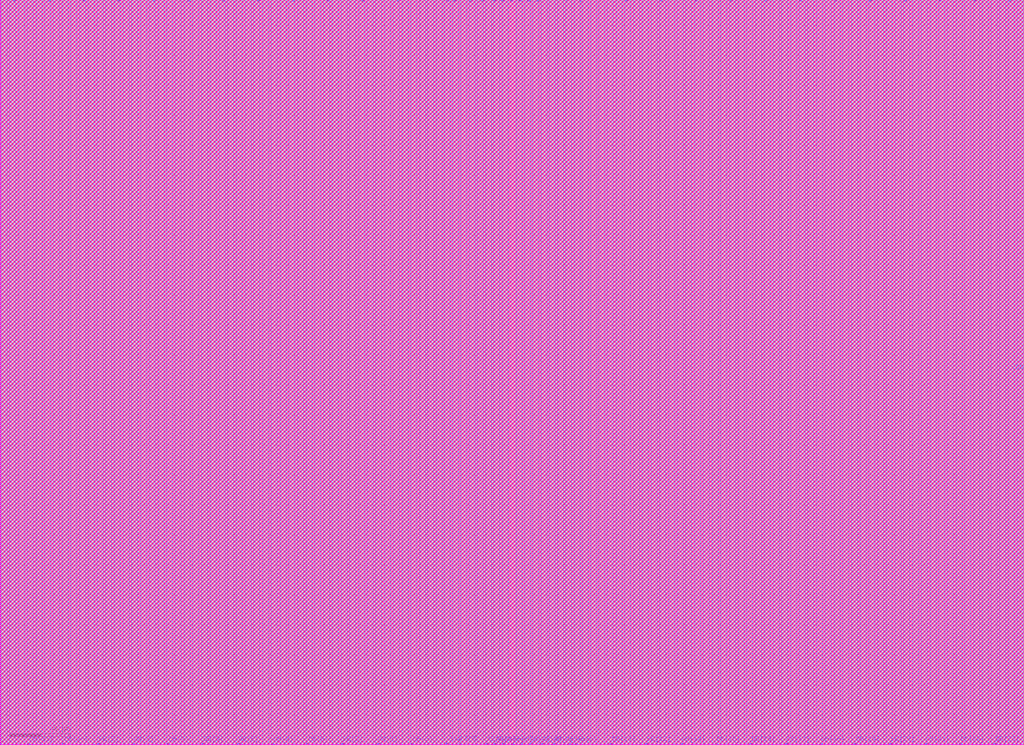
<source format=lef>
#     Copyright (c) 2022 SMIC                                                       
#     Filename:      RAM1024.lef                                                   
#     IP code:       S018RF2P                                                         
#     Version:       0.2.b                                                        
#     CreateDate:    Sun Sep 11 16:38:48 CST 2022                                                     
                    
#    LEF for 2-PORT Register File                                                               
#    SMIC 0.18um G Logic Process                                                       
#    Configuration: -instname RAM1024 -rows 256 -bits 24 -mux 4  



# DISCLAIMER                                                                           #
#                                                                                      #  
#   SMIC hereby provides the quality information to you but makes no claims,           #
# promises or guarantees about the accuracy, completeness, or adequacy of the          #
# information herein. The information contained herein is provided on an "AS IS"       #
# basis without any warranty, and SMIC assumes no obligation to provide support        #
# of any kind or otherwise maintain the information.                                   #  
#   SMIC disclaims any representation that the information does not infringe any       #
# intellectual property rights or proprietary rights of any third parties. SMIC        #
# makes no other warranty, whether express, implied or statutory as to any             #
# matter whatsoever, including but not limited to the accuracy or sufficiency of       #
# any information or the merchantability and fitness for a particular purpose.         #
# Neither SMIC nor any of its representatives shall be liable for any cause of         #
# action incurred to connect to this service.                                          #  
#                                                                                      #
# STATEMENT OF USE AND CONFIDENTIALITY                                                 #  
#                                                                                      #  
#   The following/attached material contains confidential and proprietary              #  
# information of SMIC. This material is based upon information which SMIC              #  
# considers reliable, but SMIC neither represents nor warrants that such               #
# information is accurate or complete, and it must not be relied upon as such.         #
# This information was prepared for informational purposes and is for the use          #
# by SMIC's customer only. SMIC reserves the right to make changes in the              #  
# information at any time without notice.                                              #  
#   No part of this information may be reproduced, transmitted, transcribed,           #  
# stored in a retrieval system, or translated into any human or computer               # 
# language, in any form or by any means, electronic, mechanical, magnetic,             #  
# optical, chemical, manual, or otherwise, without the prior written consent of        #
# SMIC. Any unauthorized use or disclosure of this material is strictly                #  
# prohibited and may be unlawful. By accepting this material, the receiving            #  
# party shall be deemed to have acknowledged, accepted, and agreed to be bound         #
# by the foregoing limitations and restrictions. Thank you.                            #  
#                                                                                      #  


MACRO RAM1024
CLASS BLOCK ;
ORIGIN 0 0 ;
SIZE 682.42 BY 496.905 ;
SYMMETRY X Y R90 ;

PIN QA[11]
DIRECTION OUTPUT ;
USE SIGNAL ;
PORT
LAYER METAL1 ;
RECT 8.905 496.265 9.975 496.905 ;
LAYER METAL2 ;
RECT 8.905 496.265 9.975 496.905 ;
LAYER METAL3 ;
RECT 8.905 496.265 9.975 496.905 ;
END
ANTENNAGATEAREA 0.079 ;
ANTENNADIFFAREA 0.3738 ;
END QA[11]

PIN DB[11]
DIRECTION INPUT ;
USE SIGNAL ;
PORT
LAYER METAL1 ;
RECT 18.725 0.0 19.795 0.64 ;
LAYER METAL2 ;
RECT 18.725 0.0 19.795 0.64 ;
LAYER METAL3 ;
RECT 18.725 0.0 19.795 0.64 ;
END
ANTENNAGATEAREA 0.079 ;
ANTENNADIFFAREA 0.3738 ;
END DB[11]

PIN QA[10]
DIRECTION OUTPUT ;
USE SIGNAL ;
PORT
LAYER METAL1 ;
RECT 32.145 496.265 33.215 496.905 ;
LAYER METAL2 ;
RECT 32.145 496.265 33.215 496.905 ;
LAYER METAL3 ;
RECT 32.145 496.265 33.215 496.905 ;
END
ANTENNAGATEAREA 0.079 ;
ANTENNADIFFAREA 0.3738 ;
END QA[10]

PIN DB[10]
DIRECTION INPUT ;
USE SIGNAL ;
PORT
LAYER METAL1 ;
RECT 41.965 0.0 43.035 0.64 ;
LAYER METAL2 ;
RECT 41.965 0.0 43.035 0.64 ;
LAYER METAL3 ;
RECT 41.965 0.0 43.035 0.64 ;
END
ANTENNAGATEAREA 0.079 ;
ANTENNADIFFAREA 0.3738 ;
END DB[10]

PIN QA[9]
DIRECTION OUTPUT ;
USE SIGNAL ;
PORT
LAYER METAL1 ;
RECT 55.385 496.265 56.455 496.905 ;
LAYER METAL2 ;
RECT 55.385 496.265 56.455 496.905 ;
LAYER METAL3 ;
RECT 55.385 496.265 56.455 496.905 ;
END
ANTENNAGATEAREA 0.079 ;
ANTENNADIFFAREA 0.3738 ;
END QA[9]

PIN DB[9]
DIRECTION INPUT ;
USE SIGNAL ;
PORT
LAYER METAL1 ;
RECT 65.205 0.0 66.275 0.64 ;
LAYER METAL2 ;
RECT 65.205 0.0 66.275 0.64 ;
LAYER METAL3 ;
RECT 65.205 0.0 66.275 0.64 ;
END
ANTENNAGATEAREA 0.079 ;
ANTENNADIFFAREA 0.3738 ;
END DB[9]

PIN QA[8]
DIRECTION OUTPUT ;
USE SIGNAL ;
PORT
LAYER METAL1 ;
RECT 78.625 496.265 79.695 496.905 ;
LAYER METAL2 ;
RECT 78.625 496.265 79.695 496.905 ;
LAYER METAL3 ;
RECT 78.625 496.265 79.695 496.905 ;
END
ANTENNAGATEAREA 0.079 ;
ANTENNADIFFAREA 0.3738 ;
END QA[8]

PIN DB[8]
DIRECTION INPUT ;
USE SIGNAL ;
PORT
LAYER METAL1 ;
RECT 88.445 0.0 89.515 0.64 ;
LAYER METAL2 ;
RECT 88.445 0.0 89.515 0.64 ;
LAYER METAL3 ;
RECT 88.445 0.0 89.515 0.64 ;
END
ANTENNAGATEAREA 0.079 ;
ANTENNADIFFAREA 0.3738 ;
END DB[8]

PIN QA[7]
DIRECTION OUTPUT ;
USE SIGNAL ;
PORT
LAYER METAL1 ;
RECT 101.865 496.265 102.935 496.905 ;
LAYER METAL2 ;
RECT 101.865 496.265 102.935 496.905 ;
LAYER METAL3 ;
RECT 101.865 496.265 102.935 496.905 ;
END
ANTENNAGATEAREA 0.079 ;
ANTENNADIFFAREA 0.3738 ;
END QA[7]

PIN DB[7]
DIRECTION INPUT ;
USE SIGNAL ;
PORT
LAYER METAL1 ;
RECT 111.685 0.0 112.755 0.64 ;
LAYER METAL2 ;
RECT 111.685 0.0 112.755 0.64 ;
LAYER METAL3 ;
RECT 111.685 0.0 112.755 0.64 ;
END
ANTENNAGATEAREA 0.079 ;
ANTENNADIFFAREA 0.3738 ;
END DB[7]

PIN QA[6]
DIRECTION OUTPUT ;
USE SIGNAL ;
PORT
LAYER METAL1 ;
RECT 125.105 496.265 126.175 496.905 ;
LAYER METAL2 ;
RECT 125.105 496.265 126.175 496.905 ;
LAYER METAL3 ;
RECT 125.105 496.265 126.175 496.905 ;
END
ANTENNAGATEAREA 0.079 ;
ANTENNADIFFAREA 0.3738 ;
END QA[6]

PIN DB[6]
DIRECTION INPUT ;
USE SIGNAL ;
PORT
LAYER METAL1 ;
RECT 134.925 0.0 135.995 0.64 ;
LAYER METAL2 ;
RECT 134.925 0.0 135.995 0.64 ;
LAYER METAL3 ;
RECT 134.925 0.0 135.995 0.64 ;
END
ANTENNAGATEAREA 0.079 ;
ANTENNADIFFAREA 0.3738 ;
END DB[6]

PIN QA[5]
DIRECTION OUTPUT ;
USE SIGNAL ;
PORT
LAYER METAL1 ;
RECT 148.345 496.265 149.415 496.905 ;
LAYER METAL2 ;
RECT 148.345 496.265 149.415 496.905 ;
LAYER METAL3 ;
RECT 148.345 496.265 149.415 496.905 ;
END
ANTENNAGATEAREA 0.079 ;
ANTENNADIFFAREA 0.3738 ;
END QA[5]

PIN DB[5]
DIRECTION INPUT ;
USE SIGNAL ;
PORT
LAYER METAL1 ;
RECT 158.165 0.0 159.235 0.64 ;
LAYER METAL2 ;
RECT 158.165 0.0 159.235 0.64 ;
LAYER METAL3 ;
RECT 158.165 0.0 159.235 0.64 ;
END
ANTENNAGATEAREA 0.079 ;
ANTENNADIFFAREA 0.3738 ;
END DB[5]

PIN QA[4]
DIRECTION OUTPUT ;
USE SIGNAL ;
PORT
LAYER METAL1 ;
RECT 171.585 496.265 172.655 496.905 ;
LAYER METAL2 ;
RECT 171.585 496.265 172.655 496.905 ;
LAYER METAL3 ;
RECT 171.585 496.265 172.655 496.905 ;
END
ANTENNAGATEAREA 0.079 ;
ANTENNADIFFAREA 0.3738 ;
END QA[4]

PIN DB[4]
DIRECTION INPUT ;
USE SIGNAL ;
PORT
LAYER METAL1 ;
RECT 181.405 0.0 182.475 0.64 ;
LAYER METAL2 ;
RECT 181.405 0.0 182.475 0.64 ;
LAYER METAL3 ;
RECT 181.405 0.0 182.475 0.64 ;
END
ANTENNAGATEAREA 0.079 ;
ANTENNADIFFAREA 0.3738 ;
END DB[4]

PIN QA[3]
DIRECTION OUTPUT ;
USE SIGNAL ;
PORT
LAYER METAL1 ;
RECT 194.825 496.265 195.895 496.905 ;
LAYER METAL2 ;
RECT 194.825 496.265 195.895 496.905 ;
LAYER METAL3 ;
RECT 194.825 496.265 195.895 496.905 ;
END
ANTENNAGATEAREA 0.079 ;
ANTENNADIFFAREA 0.3738 ;
END QA[3]

PIN DB[3]
DIRECTION INPUT ;
USE SIGNAL ;
PORT
LAYER METAL1 ;
RECT 204.645 0.0 205.715 0.64 ;
LAYER METAL2 ;
RECT 204.645 0.0 205.715 0.64 ;
LAYER METAL3 ;
RECT 204.645 0.0 205.715 0.64 ;
END
ANTENNAGATEAREA 0.079 ;
ANTENNADIFFAREA 0.3738 ;
END DB[3]

PIN QA[2]
DIRECTION OUTPUT ;
USE SIGNAL ;
PORT
LAYER METAL1 ;
RECT 218.065 496.265 219.135 496.905 ;
LAYER METAL2 ;
RECT 218.065 496.265 219.135 496.905 ;
LAYER METAL3 ;
RECT 218.065 496.265 219.135 496.905 ;
END
ANTENNAGATEAREA 0.079 ;
ANTENNADIFFAREA 0.3738 ;
END QA[2]

PIN DB[2]
DIRECTION INPUT ;
USE SIGNAL ;
PORT
LAYER METAL1 ;
RECT 227.885 0.0 228.955 0.64 ;
LAYER METAL2 ;
RECT 227.885 0.0 228.955 0.64 ;
LAYER METAL3 ;
RECT 227.885 0.0 228.955 0.64 ;
END
ANTENNAGATEAREA 0.079 ;
ANTENNADIFFAREA 0.3738 ;
END DB[2]

PIN QA[1]
DIRECTION OUTPUT ;
USE SIGNAL ;
PORT
LAYER METAL1 ;
RECT 241.305 496.265 242.375 496.905 ;
LAYER METAL2 ;
RECT 241.305 496.265 242.375 496.905 ;
LAYER METAL3 ;
RECT 241.305 496.265 242.375 496.905 ;
END
ANTENNAGATEAREA 0.079 ;
ANTENNADIFFAREA 0.3738 ;
END QA[1]

PIN DB[1]
DIRECTION INPUT ;
USE SIGNAL ;
PORT
LAYER METAL1 ;
RECT 251.125 0.0 252.195 0.64 ;
LAYER METAL2 ;
RECT 251.125 0.0 252.195 0.64 ;
LAYER METAL3 ;
RECT 251.125 0.0 252.195 0.64 ;
END
ANTENNAGATEAREA 0.079 ;
ANTENNADIFFAREA 0.3738 ;
END DB[1]

PIN QA[0]
DIRECTION OUTPUT ;
USE SIGNAL ;
PORT
LAYER METAL1 ;
RECT 264.545 496.265 265.615 496.905 ;
LAYER METAL2 ;
RECT 264.545 496.265 265.615 496.905 ;
LAYER METAL3 ;
RECT 264.545 496.265 265.615 496.905 ;
END
ANTENNAGATEAREA 0.079 ;
ANTENNADIFFAREA 0.3738 ;
END QA[0]

PIN DB[0]
DIRECTION INPUT ;
USE SIGNAL ;
PORT
LAYER METAL1 ;
RECT 274.365 0.0 275.435 0.64 ;
LAYER METAL2 ;
RECT 274.365 0.0 275.435 0.64 ;
LAYER METAL3 ;
RECT 274.365 0.0 275.435 0.64 ;
END
ANTENNAGATEAREA 0.079 ;
ANTENNADIFFAREA 0.3738 ;
END DB[0]

PIN CLKB
DIRECTION INPUT ;
USE CLOCK ;
PORT
LAYER METAL1 ;
RECT 297.105 0.0 297.605 1.07 ;
LAYER METAL2 ;
RECT 297.105 0.0 297.605 1.07 ;
LAYER METAL3 ;
RECT 297.105 0.0 297.605 1.07 ;
END
ANTENNAGATEAREA 0.079 ;
ANTENNADIFFAREA 0.3738 ;
END CLKB

PIN AA[0]
DIRECTION INPUT ;
USE SIGNAL ;
PORT
LAYER METAL1 ;
RECT 297.655 496.265 298.905 496.905 ;
LAYER METAL2 ;
RECT 297.655 496.265 298.905 496.905 ;
LAYER METAL3 ;
RECT 297.655 496.265 298.905 496.905 ;
END
ANTENNAGATEAREA 0.079 ;
ANTENNADIFFAREA 0.3738 ;
END AA[0]

PIN AA[1]
DIRECTION INPUT ;
USE SIGNAL ;
PORT
LAYER METAL1 ;
RECT 302.505 496.265 303.755 496.905 ;
LAYER METAL2 ;
RECT 302.505 496.265 303.755 496.905 ;
LAYER METAL3 ;
RECT 302.505 496.265 303.755 496.905 ;
END
ANTENNAGATEAREA 0.079 ;
ANTENNADIFFAREA 0.3738 ;
END AA[1]

PIN CENB
DIRECTION INPUT ;
USE SIGNAL ;
PORT
LAYER METAL1 ;
RECT 306.72 0.0 307.22 1.07 ;
LAYER METAL2 ;
RECT 306.72 0.0 307.22 1.07 ;
LAYER METAL3 ;
RECT 306.72 0.0 307.22 1.07 ;
END
ANTENNAGATEAREA 0.079 ;
ANTENNADIFFAREA 0.3738 ;
END CENB

PIN AA[4]
DIRECTION INPUT ;
USE SIGNAL ;
PORT
LAYER METAL1 ;
RECT 312.875 496.265 314.525 496.905 ;
LAYER METAL2 ;
RECT 312.875 496.265 314.125 496.905 ;
LAYER METAL3 ;
RECT 312.875 496.265 314.125 496.905 ;
END
ANTENNAGATEAREA 0.079 ;
ANTENNADIFFAREA 0.3738 ;
END AA[4]

PIN AA[3]
DIRECTION INPUT ;
USE SIGNAL ;
PORT
LAYER METAL1 ;
RECT 320.815 496.265 322.465 496.905 ;
LAYER METAL2 ;
RECT 320.815 496.265 322.065 496.905 ;
LAYER METAL3 ;
RECT 320.815 496.265 322.065 496.905 ;
END
ANTENNAGATEAREA 0.079 ;
ANTENNADIFFAREA 0.3738 ;
END AA[3]

PIN AB[9]
DIRECTION INPUT ;
USE SIGNAL ;
PORT
LAYER METAL1 ;
RECT 323.45 0.0 325.015 0.64 ;
LAYER METAL2 ;
RECT 323.765 0.0 325.015 0.64 ;
LAYER METAL3 ;
RECT 323.765 0.0 325.015 0.64 ;
END
ANTENNAGATEAREA 0.079 ;
ANTENNADIFFAREA 0.3738 ;
END AB[9]

PIN AA[2]
DIRECTION INPUT ;
USE SIGNAL ;
PORT
LAYER METAL1 ;
RECT 328.755 496.265 330.405 496.905 ;
LAYER METAL2 ;
RECT 328.755 496.265 330.005 496.905 ;
LAYER METAL3 ;
RECT 328.755 496.265 330.005 496.905 ;
END
ANTENNAGATEAREA 0.079 ;
ANTENNADIFFAREA 0.3738 ;
END AA[2]

PIN AB[8]
DIRECTION INPUT ;
USE SIGNAL ;
PORT
LAYER METAL1 ;
RECT 329.21 0.0 330.775 0.64 ;
LAYER METAL2 ;
RECT 329.525 0.0 330.775 0.64 ;
LAYER METAL3 ;
RECT 329.525 0.0 330.775 0.64 ;
END
ANTENNAGATEAREA 0.079 ;
ANTENNADIFFAREA 0.3738 ;
END AB[8]

PIN AA[5]
DIRECTION INPUT ;
USE SIGNAL ;
PORT
LAYER METAL1 ;
RECT 334.365 496.265 335.93 496.905 ;
LAYER METAL2 ;
RECT 334.365 496.265 335.615 496.905 ;
LAYER METAL3 ;
RECT 334.365 496.265 335.615 496.905 ;
END
ANTENNAGATEAREA 0.079 ;
ANTENNADIFFAREA 0.3738 ;
END AA[5]

PIN AB[7]
DIRECTION INPUT ;
USE SIGNAL ;
PORT
LAYER METAL1 ;
RECT 334.97 0.0 336.535 0.64 ;
LAYER METAL2 ;
RECT 335.285 0.0 336.535 0.64 ;
LAYER METAL3 ;
RECT 335.285 0.0 336.535 0.64 ;
END
ANTENNAGATEAREA 0.079 ;
ANTENNADIFFAREA 0.3738 ;
END AB[7]

PIN AA[6]
DIRECTION INPUT ;
USE SIGNAL ;
PORT
LAYER METAL1 ;
RECT 340.125 496.265 341.69 496.905 ;
LAYER METAL2 ;
RECT 340.125 496.265 341.375 496.905 ;
LAYER METAL3 ;
RECT 340.125 496.265 341.375 496.905 ;
END
ANTENNAGATEAREA 0.079 ;
ANTENNADIFFAREA 0.3738 ;
END AA[6]

PIN AB[6]
DIRECTION INPUT ;
USE SIGNAL ;
PORT
LAYER METAL1 ;
RECT 340.73 0.0 342.295 0.64 ;
LAYER METAL2 ;
RECT 341.045 0.0 342.295 0.64 ;
LAYER METAL3 ;
RECT 341.045 0.0 342.295 0.64 ;
END
ANTENNAGATEAREA 0.079 ;
ANTENNADIFFAREA 0.3738 ;
END AB[6]

PIN AA[7]
DIRECTION INPUT ;
USE SIGNAL ;
PORT
LAYER METAL1 ;
RECT 345.885 496.265 347.45 496.905 ;
LAYER METAL2 ;
RECT 345.885 496.265 347.135 496.905 ;
LAYER METAL3 ;
RECT 345.885 496.265 347.135 496.905 ;
END
ANTENNAGATEAREA 0.079 ;
ANTENNADIFFAREA 0.3738 ;
END AA[7]

PIN AB[5]
DIRECTION INPUT ;
USE SIGNAL ;
PORT
LAYER METAL1 ;
RECT 346.49 0.0 348.055 0.64 ;
LAYER METAL2 ;
RECT 346.805 0.0 348.055 0.64 ;
LAYER METAL3 ;
RECT 346.805 0.0 348.055 0.64 ;
END
ANTENNAGATEAREA 0.079 ;
ANTENNADIFFAREA 0.3738 ;
END AB[5]

PIN AA[8]
DIRECTION INPUT ;
USE SIGNAL ;
PORT
LAYER METAL1 ;
RECT 351.645 496.265 353.21 496.905 ;
LAYER METAL2 ;
RECT 351.645 496.265 352.895 496.905 ;
LAYER METAL3 ;
RECT 351.645 496.265 352.895 496.905 ;
END
ANTENNAGATEAREA 0.079 ;
ANTENNADIFFAREA 0.3738 ;
END AA[8]

PIN AB[2]
DIRECTION INPUT ;
USE SIGNAL ;
PORT
LAYER METAL1 ;
RECT 352.015 0.0 353.665 0.64 ;
LAYER METAL2 ;
RECT 352.415 0.0 353.665 0.64 ;
LAYER METAL3 ;
RECT 352.415 0.0 353.665 0.64 ;
END
ANTENNAGATEAREA 0.079 ;
ANTENNADIFFAREA 0.3738 ;
END AB[2]

PIN AA[9]
DIRECTION INPUT ;
USE SIGNAL ;
PORT
LAYER METAL1 ;
RECT 357.405 496.265 358.97 496.905 ;
LAYER METAL2 ;
RECT 357.405 496.265 358.655 496.905 ;
LAYER METAL3 ;
RECT 357.405 496.265 358.655 496.905 ;
END
ANTENNAGATEAREA 0.079 ;
ANTENNADIFFAREA 0.3738 ;
END AA[9]

PIN AB[3]
DIRECTION INPUT ;
USE SIGNAL ;
PORT
LAYER METAL1 ;
RECT 359.955 0.0 361.605 0.64 ;
LAYER METAL2 ;
RECT 360.355 0.0 361.605 0.64 ;
LAYER METAL3 ;
RECT 360.355 0.0 361.605 0.64 ;
END
ANTENNAGATEAREA 0.079 ;
ANTENNADIFFAREA 0.3738 ;
END AB[3]

PIN AB[4]
DIRECTION INPUT ;
USE SIGNAL ;
PORT
LAYER METAL1 ;
RECT 367.895 0.0 369.545 0.64 ;
LAYER METAL2 ;
RECT 368.295 0.0 369.545 0.64 ;
LAYER METAL3 ;
RECT 368.295 0.0 369.545 0.64 ;
END
ANTENNAGATEAREA 0.079 ;
ANTENNADIFFAREA 0.3738 ;
END AB[4]

PIN CENA
DIRECTION INPUT ;
USE SIGNAL ;
PORT
LAYER METAL1 ;
RECT 377.045 495.835 377.545 496.905 ;
LAYER METAL2 ;
RECT 377.045 495.835 377.545 496.905 ;
LAYER METAL3 ;
RECT 377.045 495.835 377.545 496.905 ;
END
ANTENNAGATEAREA 0.079 ;
ANTENNADIFFAREA 0.3738 ;
END CENA

PIN AB[1]
DIRECTION INPUT ;
USE SIGNAL ;
PORT
LAYER METAL1 ;
RECT 378.665 0.0 379.915 0.64 ;
LAYER METAL2 ;
RECT 378.665 0.0 379.915 0.64 ;
LAYER METAL3 ;
RECT 378.665 0.0 379.915 0.64 ;
END
ANTENNAGATEAREA 0.079 ;
ANTENNADIFFAREA 0.3738 ;
END AB[1]

PIN AB[0]
DIRECTION INPUT ;
USE SIGNAL ;
PORT
LAYER METAL1 ;
RECT 383.515 0.0 384.765 0.64 ;
LAYER METAL2 ;
RECT 383.515 0.0 384.765 0.64 ;
LAYER METAL3 ;
RECT 383.515 0.0 384.765 0.64 ;
END
ANTENNAGATEAREA 0.079 ;
ANTENNADIFFAREA 0.3738 ;
END AB[0]

PIN CLKA
DIRECTION INPUT ;
USE CLOCK ;
PORT
LAYER METAL1 ;
RECT 386.45 495.835 386.95 496.905 ;
LAYER METAL2 ;
RECT 386.45 495.835 386.95 496.905 ;
LAYER METAL3 ;
RECT 386.45 495.835 386.95 496.905 ;
END
ANTENNAGATEAREA 0.079 ;
ANTENNADIFFAREA 0.3738 ;
END CLKA

PIN DB[12]
DIRECTION INPUT ;
USE SIGNAL ;
PORT
LAYER METAL1 ;
RECT 406.985 0.0 408.055 0.64 ;
LAYER METAL2 ;
RECT 406.985 0.0 408.055 0.64 ;
LAYER METAL3 ;
RECT 406.985 0.0 408.055 0.64 ;
END
ANTENNAGATEAREA 0.079 ;
ANTENNADIFFAREA 0.3738 ;
END DB[12]

PIN QA[12]
DIRECTION OUTPUT ;
USE SIGNAL ;
PORT
LAYER METAL1 ;
RECT 416.805 496.265 417.875 496.905 ;
LAYER METAL2 ;
RECT 416.805 496.265 417.875 496.905 ;
LAYER METAL3 ;
RECT 416.805 496.265 417.875 496.905 ;
END
ANTENNAGATEAREA 0.079 ;
ANTENNADIFFAREA 0.3738 ;
END QA[12]

PIN DB[13]
DIRECTION INPUT ;
USE SIGNAL ;
PORT
LAYER METAL1 ;
RECT 430.225 0.0 431.295 0.64 ;
LAYER METAL2 ;
RECT 430.225 0.0 431.295 0.64 ;
LAYER METAL3 ;
RECT 430.225 0.0 431.295 0.64 ;
END
ANTENNAGATEAREA 0.079 ;
ANTENNADIFFAREA 0.3738 ;
END DB[13]

PIN QA[13]
DIRECTION OUTPUT ;
USE SIGNAL ;
PORT
LAYER METAL1 ;
RECT 440.045 496.265 441.115 496.905 ;
LAYER METAL2 ;
RECT 440.045 496.265 441.115 496.905 ;
LAYER METAL3 ;
RECT 440.045 496.265 441.115 496.905 ;
END
ANTENNAGATEAREA 0.079 ;
ANTENNADIFFAREA 0.3738 ;
END QA[13]

PIN DB[14]
DIRECTION INPUT ;
USE SIGNAL ;
PORT
LAYER METAL1 ;
RECT 453.465 0.0 454.535 0.64 ;
LAYER METAL2 ;
RECT 453.465 0.0 454.535 0.64 ;
LAYER METAL3 ;
RECT 453.465 0.0 454.535 0.64 ;
END
ANTENNAGATEAREA 0.079 ;
ANTENNADIFFAREA 0.3738 ;
END DB[14]

PIN QA[14]
DIRECTION OUTPUT ;
USE SIGNAL ;
PORT
LAYER METAL1 ;
RECT 463.285 496.265 464.355 496.905 ;
LAYER METAL2 ;
RECT 463.285 496.265 464.355 496.905 ;
LAYER METAL3 ;
RECT 463.285 496.265 464.355 496.905 ;
END
ANTENNAGATEAREA 0.079 ;
ANTENNADIFFAREA 0.3738 ;
END QA[14]

PIN DB[15]
DIRECTION INPUT ;
USE SIGNAL ;
PORT
LAYER METAL1 ;
RECT 476.705 0.0 477.775 0.64 ;
LAYER METAL2 ;
RECT 476.705 0.0 477.775 0.64 ;
LAYER METAL3 ;
RECT 476.705 0.0 477.775 0.64 ;
END
ANTENNAGATEAREA 0.079 ;
ANTENNADIFFAREA 0.3738 ;
END DB[15]

PIN QA[15]
DIRECTION OUTPUT ;
USE SIGNAL ;
PORT
LAYER METAL1 ;
RECT 486.525 496.265 487.595 496.905 ;
LAYER METAL2 ;
RECT 486.525 496.265 487.595 496.905 ;
LAYER METAL3 ;
RECT 486.525 496.265 487.595 496.905 ;
END
ANTENNAGATEAREA 0.079 ;
ANTENNADIFFAREA 0.3738 ;
END QA[15]

PIN DB[16]
DIRECTION INPUT ;
USE SIGNAL ;
PORT
LAYER METAL1 ;
RECT 499.945 0.0 501.015 0.64 ;
LAYER METAL2 ;
RECT 499.945 0.0 501.015 0.64 ;
LAYER METAL3 ;
RECT 499.945 0.0 501.015 0.64 ;
END
ANTENNAGATEAREA 0.079 ;
ANTENNADIFFAREA 0.3738 ;
END DB[16]

PIN QA[16]
DIRECTION OUTPUT ;
USE SIGNAL ;
PORT
LAYER METAL1 ;
RECT 509.765 496.265 510.835 496.905 ;
LAYER METAL2 ;
RECT 509.765 496.265 510.835 496.905 ;
LAYER METAL3 ;
RECT 509.765 496.265 510.835 496.905 ;
END
ANTENNAGATEAREA 0.079 ;
ANTENNADIFFAREA 0.3738 ;
END QA[16]

PIN DB[17]
DIRECTION INPUT ;
USE SIGNAL ;
PORT
LAYER METAL1 ;
RECT 523.185 0.0 524.255 0.64 ;
LAYER METAL2 ;
RECT 523.185 0.0 524.255 0.64 ;
LAYER METAL3 ;
RECT 523.185 0.0 524.255 0.64 ;
END
ANTENNAGATEAREA 0.079 ;
ANTENNADIFFAREA 0.3738 ;
END DB[17]

PIN QA[17]
DIRECTION OUTPUT ;
USE SIGNAL ;
PORT
LAYER METAL1 ;
RECT 533.005 496.265 534.075 496.905 ;
LAYER METAL2 ;
RECT 533.005 496.265 534.075 496.905 ;
LAYER METAL3 ;
RECT 533.005 496.265 534.075 496.905 ;
END
ANTENNAGATEAREA 0.079 ;
ANTENNADIFFAREA 0.3738 ;
END QA[17]

PIN DB[18]
DIRECTION INPUT ;
USE SIGNAL ;
PORT
LAYER METAL1 ;
RECT 546.425 0.0 547.495 0.64 ;
LAYER METAL2 ;
RECT 546.425 0.0 547.495 0.64 ;
LAYER METAL3 ;
RECT 546.425 0.0 547.495 0.64 ;
END
ANTENNAGATEAREA 0.079 ;
ANTENNADIFFAREA 0.3738 ;
END DB[18]

PIN QA[18]
DIRECTION OUTPUT ;
USE SIGNAL ;
PORT
LAYER METAL1 ;
RECT 556.245 496.265 557.315 496.905 ;
LAYER METAL2 ;
RECT 556.245 496.265 557.315 496.905 ;
LAYER METAL3 ;
RECT 556.245 496.265 557.315 496.905 ;
END
ANTENNAGATEAREA 0.079 ;
ANTENNADIFFAREA 0.3738 ;
END QA[18]

PIN DB[19]
DIRECTION INPUT ;
USE SIGNAL ;
PORT
LAYER METAL1 ;
RECT 569.665 0.0 570.735 0.64 ;
LAYER METAL2 ;
RECT 569.665 0.0 570.735 0.64 ;
LAYER METAL3 ;
RECT 569.665 0.0 570.735 0.64 ;
END
ANTENNAGATEAREA 0.079 ;
ANTENNADIFFAREA 0.3738 ;
END DB[19]

PIN QA[19]
DIRECTION OUTPUT ;
USE SIGNAL ;
PORT
LAYER METAL1 ;
RECT 579.485 496.265 580.555 496.905 ;
LAYER METAL2 ;
RECT 579.485 496.265 580.555 496.905 ;
LAYER METAL3 ;
RECT 579.485 496.265 580.555 496.905 ;
END
ANTENNAGATEAREA 0.079 ;
ANTENNADIFFAREA 0.3738 ;
END QA[19]

PIN DB[20]
DIRECTION INPUT ;
USE SIGNAL ;
PORT
LAYER METAL1 ;
RECT 592.905 0.0 593.975 0.64 ;
LAYER METAL2 ;
RECT 592.905 0.0 593.975 0.64 ;
LAYER METAL3 ;
RECT 592.905 0.0 593.975 0.64 ;
END
ANTENNAGATEAREA 0.079 ;
ANTENNADIFFAREA 0.3738 ;
END DB[20]

PIN QA[20]
DIRECTION OUTPUT ;
USE SIGNAL ;
PORT
LAYER METAL1 ;
RECT 602.725 496.265 603.795 496.905 ;
LAYER METAL2 ;
RECT 602.725 496.265 603.795 496.905 ;
LAYER METAL3 ;
RECT 602.725 496.265 603.795 496.905 ;
END
ANTENNAGATEAREA 0.079 ;
ANTENNADIFFAREA 0.3738 ;
END QA[20]

PIN DB[21]
DIRECTION INPUT ;
USE SIGNAL ;
PORT
LAYER METAL1 ;
RECT 616.145 0.0 617.215 0.64 ;
LAYER METAL2 ;
RECT 616.145 0.0 617.215 0.64 ;
LAYER METAL3 ;
RECT 616.145 0.0 617.215 0.64 ;
END
ANTENNAGATEAREA 0.079 ;
ANTENNADIFFAREA 0.3738 ;
END DB[21]

PIN QA[21]
DIRECTION OUTPUT ;
USE SIGNAL ;
PORT
LAYER METAL1 ;
RECT 625.965 496.265 627.035 496.905 ;
LAYER METAL2 ;
RECT 625.965 496.265 627.035 496.905 ;
LAYER METAL3 ;
RECT 625.965 496.265 627.035 496.905 ;
END
ANTENNAGATEAREA 0.079 ;
ANTENNADIFFAREA 0.3738 ;
END QA[21]

PIN DB[22]
DIRECTION INPUT ;
USE SIGNAL ;
PORT
LAYER METAL1 ;
RECT 639.385 0.0 640.455 0.64 ;
LAYER METAL2 ;
RECT 639.385 0.0 640.455 0.64 ;
LAYER METAL3 ;
RECT 639.385 0.0 640.455 0.64 ;
END
ANTENNAGATEAREA 0.079 ;
ANTENNADIFFAREA 0.3738 ;
END DB[22]

PIN QA[22]
DIRECTION OUTPUT ;
USE SIGNAL ;
PORT
LAYER METAL1 ;
RECT 649.205 496.265 650.275 496.905 ;
LAYER METAL2 ;
RECT 649.205 496.265 650.275 496.905 ;
LAYER METAL3 ;
RECT 649.205 496.265 650.275 496.905 ;
END
ANTENNAGATEAREA 0.079 ;
ANTENNADIFFAREA 0.3738 ;
END QA[22]

PIN DB[23]
DIRECTION INPUT ;
USE SIGNAL ;
PORT
LAYER METAL1 ;
RECT 662.625 0.0 663.695 0.64 ;
LAYER METAL2 ;
RECT 662.625 0.0 663.695 0.64 ;
LAYER METAL3 ;
RECT 662.625 0.0 663.695 0.64 ;
END
ANTENNAGATEAREA 0.079 ;
ANTENNADIFFAREA 0.3738 ;
END DB[23]

PIN QA[23]
DIRECTION OUTPUT ;
USE SIGNAL ;
PORT
LAYER METAL1 ;
RECT 672.445 496.265 673.515 496.905 ;
LAYER METAL2 ;
RECT 672.445 496.265 673.515 496.905 ;
LAYER METAL3 ;
RECT 672.445 496.265 673.515 496.905 ;
END
ANTENNAGATEAREA 0.079 ;
ANTENNADIFFAREA 0.3738 ;
END QA[23]

PIN VSS
DIRECTION INOUT ;
USE GROUND ;
PORT
LAYER METAL4 ;
RECT 279.475 0.0 283.475 496.905 ;
LAYER METAL4 ;
RECT 290.475 0.0 294.475 496.905 ;
LAYER METAL4 ;
RECT 301.475 0.0 305.475 496.905 ;
LAYER METAL4 ;
RECT 312.475 0.0 316.475 496.905 ;
LAYER METAL4 ;
RECT 323.475 0.0 327.475 496.905 ;
LAYER METAL4 ;
RECT 334.475 0.0 338.475 496.905 ;
LAYER METAL4 ;
RECT 343.945 0.0 347.945 496.905 ;
LAYER METAL4 ;
RECT 354.945 0.0 358.945 496.905 ;
LAYER METAL4 ;
RECT 365.945 0.0 369.945 496.905 ;
LAYER METAL4 ;
RECT 376.945 0.0 380.945 496.905 ;
LAYER METAL4 ;
RECT 387.945 0.0 391.945 496.905 ;
LAYER METAL4 ;
RECT 398.945 0.0 402.945 496.905 ;
LAYER METAL4 ;
RECT 267.855 0.0 271.855 496.905 ;
LAYER METAL4 ;
RECT 256.235 0.0 260.235 496.905 ;
LAYER METAL4 ;
RECT 244.615 0.0 248.615 496.905 ;
LAYER METAL4 ;
RECT 232.995 0.0 236.995 496.905 ;
LAYER METAL4 ;
RECT 221.375 0.0 225.375 496.905 ;
LAYER METAL4 ;
RECT 209.755 0.0 213.755 496.905 ;
LAYER METAL4 ;
RECT 198.135 0.0 202.135 496.905 ;
LAYER METAL4 ;
RECT 186.515 0.0 190.515 496.905 ;
LAYER METAL4 ;
RECT 174.895 0.0 178.895 496.905 ;
LAYER METAL4 ;
RECT 163.275 0.0 167.275 496.905 ;
LAYER METAL4 ;
RECT 151.655 0.0 155.655 496.905 ;
LAYER METAL4 ;
RECT 140.035 0.0 144.035 496.905 ;
LAYER METAL4 ;
RECT 128.415 0.0 132.415 496.905 ;
LAYER METAL4 ;
RECT 116.795 0.0 120.795 496.905 ;
LAYER METAL4 ;
RECT 105.175 0.0 109.175 496.905 ;
LAYER METAL4 ;
RECT 93.555 0.0 97.555 496.905 ;
LAYER METAL4 ;
RECT 81.935 0.0 85.935 496.905 ;
LAYER METAL4 ;
RECT 70.315 0.0 74.315 496.905 ;
LAYER METAL4 ;
RECT 58.695 0.0 62.695 496.905 ;
LAYER METAL4 ;
RECT 47.075 0.0 51.075 496.905 ;
LAYER METAL4 ;
RECT 35.455 0.0 39.455 496.905 ;
LAYER METAL4 ;
RECT 23.835 0.0 27.835 496.905 ;
LAYER METAL4 ;
RECT 12.215 0.0 16.215 496.905 ;
LAYER METAL4 ;
RECT 0.595 0.0 4.595 496.905 ;
LAYER METAL4 ;
RECT 410.565 0.0 414.565 496.905 ;
LAYER METAL4 ;
RECT 422.185 0.0 426.185 496.905 ;
LAYER METAL4 ;
RECT 433.805 0.0 437.805 496.905 ;
LAYER METAL4 ;
RECT 445.425 0.0 449.425 496.905 ;
LAYER METAL4 ;
RECT 457.045 0.0 461.045 496.905 ;
LAYER METAL4 ;
RECT 468.665 0.0 472.665 496.905 ;
LAYER METAL4 ;
RECT 480.285 0.0 484.285 496.905 ;
LAYER METAL4 ;
RECT 491.905 0.0 495.905 496.905 ;
LAYER METAL4 ;
RECT 503.525 0.0 507.525 496.905 ;
LAYER METAL4 ;
RECT 515.145 0.0 519.145 496.905 ;
LAYER METAL4 ;
RECT 526.765 0.0 530.765 496.905 ;
LAYER METAL4 ;
RECT 538.385 0.0 542.385 496.905 ;
LAYER METAL4 ;
RECT 550.005 0.0 554.005 496.905 ;
LAYER METAL4 ;
RECT 561.625 0.0 565.625 496.905 ;
LAYER METAL4 ;
RECT 573.245 0.0 577.245 496.905 ;
LAYER METAL4 ;
RECT 584.865 0.0 588.865 496.905 ;
LAYER METAL4 ;
RECT 596.485 0.0 600.485 496.905 ;
LAYER METAL4 ;
RECT 608.105 0.0 612.105 496.905 ;
LAYER METAL4 ;
RECT 619.725 0.0 623.725 496.905 ;
LAYER METAL4 ;
RECT 631.345 0.0 635.345 496.905 ;
LAYER METAL4 ;
RECT 642.965 0.0 646.965 496.905 ;
LAYER METAL4 ;
RECT 654.585 0.0 658.585 496.905 ;
LAYER METAL4 ;
RECT 666.205 0.0 670.205 496.905 ;
LAYER METAL4 ;
RECT 677.825 0.0 681.825 496.905 ;
END
END VSS

PIN VDD
DIRECTION INOUT ;
USE POWER ;
PORT
LAYER METAL4 ;
RECT 284.975 0.0 288.975 496.905 ;
LAYER METAL4 ;
RECT 295.975 0.0 299.975 496.905 ;
LAYER METAL4 ;
RECT 306.975 0.0 310.975 496.905 ;
LAYER METAL4 ;
RECT 317.975 0.0 321.975 496.905 ;
LAYER METAL4 ;
RECT 328.975 0.0 332.975 496.905 ;
LAYER METAL4 ;
RECT 349.445 0.0 353.445 496.905 ;
LAYER METAL4 ;
RECT 360.445 0.0 364.445 496.905 ;
LAYER METAL4 ;
RECT 371.445 0.0 375.445 496.905 ;
LAYER METAL4 ;
RECT 382.445 0.0 386.445 496.905 ;
LAYER METAL4 ;
RECT 393.445 0.0 397.445 496.905 ;
LAYER METAL4 ;
RECT 273.665 0.0 277.665 496.905 ;
LAYER METAL4 ;
RECT 262.045 0.0 266.045 496.905 ;
LAYER METAL4 ;
RECT 250.425 0.0 254.425 496.905 ;
LAYER METAL4 ;
RECT 238.805 0.0 242.805 496.905 ;
LAYER METAL4 ;
RECT 227.185 0.0 231.185 496.905 ;
LAYER METAL4 ;
RECT 215.565 0.0 219.565 496.905 ;
LAYER METAL4 ;
RECT 203.945 0.0 207.945 496.905 ;
LAYER METAL4 ;
RECT 192.325 0.0 196.325 496.905 ;
LAYER METAL4 ;
RECT 180.705 0.0 184.705 496.905 ;
LAYER METAL4 ;
RECT 169.085 0.0 173.085 496.905 ;
LAYER METAL4 ;
RECT 157.465 0.0 161.465 496.905 ;
LAYER METAL4 ;
RECT 145.845 0.0 149.845 496.905 ;
LAYER METAL4 ;
RECT 134.225 0.0 138.225 496.905 ;
LAYER METAL4 ;
RECT 122.605 0.0 126.605 496.905 ;
LAYER METAL4 ;
RECT 110.985 0.0 114.985 496.905 ;
LAYER METAL4 ;
RECT 99.365 0.0 103.365 496.905 ;
LAYER METAL4 ;
RECT 87.745 0.0 91.745 496.905 ;
LAYER METAL4 ;
RECT 76.125 0.0 80.125 496.905 ;
LAYER METAL4 ;
RECT 64.505 0.0 68.505 496.905 ;
LAYER METAL4 ;
RECT 52.885 0.0 56.885 496.905 ;
LAYER METAL4 ;
RECT 41.265 0.0 45.265 496.905 ;
LAYER METAL4 ;
RECT 29.645 0.0 33.645 496.905 ;
LAYER METAL4 ;
RECT 18.025 0.0 22.025 496.905 ;
LAYER METAL4 ;
RECT 6.405 0.0 10.405 496.905 ;
LAYER METAL4 ;
RECT 404.755 0.0 408.755 496.905 ;
LAYER METAL4 ;
RECT 416.375 0.0 420.375 496.905 ;
LAYER METAL4 ;
RECT 427.995 0.0 431.995 496.905 ;
LAYER METAL4 ;
RECT 439.615 0.0 443.615 496.905 ;
LAYER METAL4 ;
RECT 451.235 0.0 455.235 496.905 ;
LAYER METAL4 ;
RECT 462.855 0.0 466.855 496.905 ;
LAYER METAL4 ;
RECT 474.475 0.0 478.475 496.905 ;
LAYER METAL4 ;
RECT 486.095 0.0 490.095 496.905 ;
LAYER METAL4 ;
RECT 497.715 0.0 501.715 496.905 ;
LAYER METAL4 ;
RECT 509.335 0.0 513.335 496.905 ;
LAYER METAL4 ;
RECT 520.955 0.0 524.955 496.905 ;
LAYER METAL4 ;
RECT 532.575 0.0 536.575 496.905 ;
LAYER METAL4 ;
RECT 544.195 0.0 548.195 496.905 ;
LAYER METAL4 ;
RECT 555.815 0.0 559.815 496.905 ;
LAYER METAL4 ;
RECT 567.435 0.0 571.435 496.905 ;
LAYER METAL4 ;
RECT 579.055 0.0 583.055 496.905 ;
LAYER METAL4 ;
RECT 590.675 0.0 594.675 496.905 ;
LAYER METAL4 ;
RECT 602.295 0.0 606.295 496.905 ;
LAYER METAL4 ;
RECT 613.915 0.0 617.915 496.905 ;
LAYER METAL4 ;
RECT 625.535 0.0 629.535 496.905 ;
LAYER METAL4 ;
RECT 637.155 0.0 641.155 496.905 ;
LAYER METAL4 ;
RECT 648.775 0.0 652.775 496.905 ;
LAYER METAL4 ;
RECT 660.395 0.0 664.395 496.905 ;
LAYER METAL4 ;
RECT 672.015 0.0 676.015 496.905 ;
END
END VDD

OBS
LAYER VIA12 ;
RECT  0.000 0.000 682.420 496.905 ;
LAYER VIA23 ;
RECT  0.000 0.000 682.420 496.905 ;
LAYER VIA34 ;
RECT  0.000 0.000 682.420 496.905 ;
LAYER METAL1 ;
POLYGON 0.000 0.000 18.495 0.000 18.495 0.870 20.025 0.870 20.025 0.000
 41.735 0.000 41.735 0.870 43.265 0.870 43.265 0.000 64.975 0.000
 64.975 0.870 66.505 0.870 66.505 0.000 88.215 0.000 88.215 0.870
 89.745 0.870 89.745 0.000 111.455 0.000 111.455 0.870 112.985 0.870
 112.985 0.000 134.695 0.000 134.695 0.870 136.225 0.870 136.225 0.000
 157.935 0.000 157.935 0.870 159.465 0.870 159.465 0.000 181.175 0.000
 181.175 0.870 182.705 0.870 182.705 0.000 204.415 0.000 204.415 0.870
 205.945 0.870 205.945 0.000 227.655 0.000 227.655 0.870 229.185 0.870
 229.185 0.000 250.895 0.000 250.895 0.870 252.425 0.870 252.425 0.000
 274.135 0.000 274.135 0.870 275.665 0.870 275.665 0.000 296.875 0.000
 296.875 1.300 297.835 1.300 297.835 0.000 306.490 0.000 306.490 1.300
 307.450 1.300 307.450 0.000 323.220 0.000 323.220 0.870 325.245 0.870
 325.245 0.000 328.980 0.000 328.980 0.870 331.005 0.870 331.005 0.000
 334.740 0.000 334.740 0.870 336.765 0.870 336.765 0.000 340.500 0.000
 340.500 0.870 342.525 0.870 342.525 0.000 346.260 0.000 346.260 0.870
 348.285 0.870 348.285 0.000 351.785 0.000 351.785 0.870 353.895 0.870
 353.895 0.000 359.725 0.000 359.725 0.870 361.835 0.870 361.835 0.000
 367.665 0.000 367.665 0.870 369.775 0.870 369.775 0.000 378.435 0.000
 378.435 0.870 380.145 0.870 380.145 0.000 383.285 0.000 383.285 0.870
 384.995 0.870 384.995 0.000 406.755 0.000 406.755 0.870 408.285 0.870
 408.285 0.000 429.995 0.000 429.995 0.870 431.525 0.870 431.525 0.000
 453.235 0.000 453.235 0.870 454.765 0.870 454.765 0.000 476.475 0.000
 476.475 0.870 478.005 0.870 478.005 0.000 499.715 0.000 499.715 0.870
 501.245 0.870 501.245 0.000 522.955 0.000 522.955 0.870 524.485 0.870
 524.485 0.000 546.195 0.000 546.195 0.870 547.725 0.870 547.725 0.000
 569.435 0.000 569.435 0.870 570.965 0.870 570.965 0.000 592.675 0.000
 592.675 0.870 594.205 0.870 594.205 0.000 615.915 0.000 615.915 0.870
 617.445 0.870 617.445 0.000 639.155 0.000 639.155 0.870 640.685 0.870
 640.685 0.000 662.395 0.000 662.395 0.870 663.925 0.870 663.925 0.000
 682.420 0.000 682.420 496.905 673.745 496.905 673.745 496.035 672.215 496.035 672.215 496.905
 650.505 496.905 650.505 496.035 648.975 496.035 648.975 496.905 627.265 496.905
 627.265 496.035 625.735 496.035 625.735 496.905 604.025 496.905 604.025 496.035
 602.495 496.035 602.495 496.905 580.785 496.905 580.785 496.035 579.255 496.035
 579.255 496.905 557.545 496.905 557.545 496.035 556.015 496.035 556.015 496.905
 534.305 496.905 534.305 496.035 532.775 496.035 532.775 496.905 511.065 496.905
 511.065 496.035 509.535 496.035 509.535 496.905 487.825 496.905 487.825 496.035
 486.295 496.035 486.295 496.905 464.585 496.905 464.585 496.035 463.055 496.035
 463.055 496.905 441.345 496.905 441.345 496.035 439.815 496.035 439.815 496.905
 418.105 496.905 418.105 496.035 416.575 496.035 416.575 496.905 387.180 496.905
 387.180 495.605 386.220 495.605 386.220 496.905 377.775 496.905 377.775 495.605
 376.815 495.605 376.815 496.905 359.200 496.905 359.200 496.035 357.175 496.035
 357.175 496.905 353.440 496.905 353.440 496.035 351.415 496.035 351.415 496.905
 347.680 496.905 347.680 496.035 345.655 496.035 345.655 496.905 341.920 496.905
 341.920 496.035 339.895 496.035 339.895 496.905 336.160 496.905 336.160 496.035
 334.135 496.035 334.135 496.905 330.635 496.905 330.635 496.035 328.525 496.035
 328.525 496.905 322.695 496.905 322.695 496.035 320.585 496.035 320.585 496.905
 314.755 496.905 314.755 496.035 312.645 496.035 312.645 496.905 303.985 496.905
 303.985 496.035 302.275 496.035 302.275 496.905 299.135 496.905 299.135 496.035
 297.425 496.035 297.425 496.905 265.845 496.905 265.845 496.035 264.315 496.035
 264.315 496.905 242.605 496.905 242.605 496.035 241.075 496.035 241.075 496.905
 219.365 496.905 219.365 496.035 217.835 496.035 217.835 496.905 196.125 496.905
 196.125 496.035 194.595 496.035 194.595 496.905 172.885 496.905 172.885 496.035
 171.355 496.035 171.355 496.905 149.645 496.905 149.645 496.035 148.115 496.035
 148.115 496.905 126.405 496.905 126.405 496.035 124.875 496.035 124.875 496.905
 103.165 496.905 103.165 496.035 101.635 496.035 101.635 496.905 79.925 496.905
 79.925 496.035 78.395 496.035 78.395 496.905 56.685 496.905 56.685 496.035
 55.155 496.035 55.155 496.905 33.445 496.905 33.445 496.035 31.915 496.035
 31.915 496.905 10.205 496.905 10.205 496.035 8.675 496.035 8.675 496.905
 0.000 496.905 ;
LAYER METAL2 ;
POLYGON 0.000 0.000 18.445 0.000 18.445 0.920 20.075 0.920 20.075 0.000
 41.685 0.000 41.685 0.920 43.315 0.920 43.315 0.000 64.925 0.000
 64.925 0.920 66.555 0.920 66.555 0.000 88.165 0.000 88.165 0.920
 89.795 0.920 89.795 0.000 111.405 0.000 111.405 0.920 113.035 0.920
 113.035 0.000 134.645 0.000 134.645 0.920 136.275 0.920 136.275 0.000
 157.885 0.000 157.885 0.920 159.515 0.920 159.515 0.000 181.125 0.000
 181.125 0.920 182.755 0.920 182.755 0.000 204.365 0.000 204.365 0.920
 205.995 0.920 205.995 0.000 227.605 0.000 227.605 0.920 229.235 0.920
 229.235 0.000 250.845 0.000 250.845 0.920 252.475 0.920 252.475 0.000
 274.085 0.000 274.085 0.920 275.715 0.920 275.715 0.000 296.825 0.000
 296.825 1.350 297.885 1.350 297.885 0.000 306.440 0.000 306.440 1.350
 307.500 1.350 307.500 0.000 323.485 0.000 323.485 0.920 325.295 0.920
 325.295 0.000 329.245 0.000 329.245 0.920 331.055 0.920 331.055 0.000
 335.005 0.000 335.005 0.920 336.815 0.920 336.815 0.000 340.765 0.000
 340.765 0.920 342.575 0.920 342.575 0.000 346.525 0.000 346.525 0.920
 348.335 0.920 348.335 0.000 352.135 0.000 352.135 0.920 353.945 0.920
 353.945 0.000 360.075 0.000 360.075 0.920 361.885 0.920 361.885 0.000
 368.015 0.000 368.015 0.920 369.825 0.920 369.825 0.000 378.385 0.000
 378.385 0.920 380.195 0.920 380.195 0.000 383.235 0.000 383.235 0.920
 385.045 0.920 385.045 0.000 406.705 0.000 406.705 0.920 408.335 0.920
 408.335 0.000 429.945 0.000 429.945 0.920 431.575 0.920 431.575 0.000
 453.185 0.000 453.185 0.920 454.815 0.920 454.815 0.000 476.425 0.000
 476.425 0.920 478.055 0.920 478.055 0.000 499.665 0.000 499.665 0.920
 501.295 0.920 501.295 0.000 522.905 0.000 522.905 0.920 524.535 0.920
 524.535 0.000 546.145 0.000 546.145 0.920 547.775 0.920 547.775 0.000
 569.385 0.000 569.385 0.920 571.015 0.920 571.015 0.000 592.625 0.000
 592.625 0.920 594.255 0.920 594.255 0.000 615.865 0.000 615.865 0.920
 617.495 0.920 617.495 0.000 639.105 0.000 639.105 0.920 640.735 0.920
 640.735 0.000 662.345 0.000 662.345 0.920 663.975 0.920 663.975 0.000
 682.420 0.000 682.420 496.905 673.795 496.905 673.795 495.985 672.165 495.985 672.165 496.905
 650.555 496.905 650.555 495.985 648.925 495.985 648.925 496.905 627.315 496.905
 627.315 495.985 625.685 495.985 625.685 496.905 604.075 496.905 604.075 495.985
 602.445 495.985 602.445 496.905 580.835 496.905 580.835 495.985 579.205 495.985
 579.205 496.905 557.595 496.905 557.595 495.985 555.965 495.985 555.965 496.905
 534.355 496.905 534.355 495.985 532.725 495.985 532.725 496.905 511.115 496.905
 511.115 495.985 509.485 495.985 509.485 496.905 487.875 496.905 487.875 495.985
 486.245 495.985 486.245 496.905 464.635 496.905 464.635 495.985 463.005 495.985
 463.005 496.905 441.395 496.905 441.395 495.985 439.765 495.985 439.765 496.905
 418.155 496.905 418.155 495.985 416.525 495.985 416.525 496.905 387.230 496.905
 387.230 495.555 386.170 495.555 386.170 496.905 377.825 496.905 377.825 495.555
 376.765 495.555 376.765 496.905 358.935 496.905 358.935 495.985 357.125 495.985
 357.125 496.905 353.175 496.905 353.175 495.985 351.365 495.985 351.365 496.905
 347.415 496.905 347.415 495.985 345.605 495.985 345.605 496.905 341.655 496.905
 341.655 495.985 339.845 495.985 339.845 496.905 335.895 496.905 335.895 495.985
 334.085 495.985 334.085 496.905 330.285 496.905 330.285 495.985 328.475 495.985
 328.475 496.905 322.345 496.905 322.345 495.985 320.535 495.985 320.535 496.905
 314.405 496.905 314.405 495.985 312.595 495.985 312.595 496.905 304.035 496.905
 304.035 495.985 302.225 495.985 302.225 496.905 299.185 496.905 299.185 495.985
 297.375 495.985 297.375 496.905 265.895 496.905 265.895 495.985 264.265 495.985
 264.265 496.905 242.655 496.905 242.655 495.985 241.025 495.985 241.025 496.905
 219.415 496.905 219.415 495.985 217.785 495.985 217.785 496.905 196.175 496.905
 196.175 495.985 194.545 495.985 194.545 496.905 172.935 496.905 172.935 495.985
 171.305 495.985 171.305 496.905 149.695 496.905 149.695 495.985 148.065 495.985
 148.065 496.905 126.455 496.905 126.455 495.985 124.825 495.985 124.825 496.905
 103.215 496.905 103.215 495.985 101.585 495.985 101.585 496.905 79.975 496.905
 79.975 495.985 78.345 495.985 78.345 496.905 56.735 496.905 56.735 495.985
 55.105 495.985 55.105 496.905 33.495 496.905 33.495 495.985 31.865 495.985
 31.865 496.905 10.255 496.905 10.255 495.985 8.625 495.985 8.625 496.905
 0.000 496.905 ;
LAYER METAL3 ;
POLYGON 0.000 0.000 18.445 0.000 18.445 0.920 20.075 0.920 20.075 0.000
 41.685 0.000 41.685 0.920 43.315 0.920 43.315 0.000 64.925 0.000
 64.925 0.920 66.555 0.920 66.555 0.000 88.165 0.000 88.165 0.920
 89.795 0.920 89.795 0.000 111.405 0.000 111.405 0.920 113.035 0.920
 113.035 0.000 134.645 0.000 134.645 0.920 136.275 0.920 136.275 0.000
 157.885 0.000 157.885 0.920 159.515 0.920 159.515 0.000 181.125 0.000
 181.125 0.920 182.755 0.920 182.755 0.000 204.365 0.000 204.365 0.920
 205.995 0.920 205.995 0.000 227.605 0.000 227.605 0.920 229.235 0.920
 229.235 0.000 250.845 0.000 250.845 0.920 252.475 0.920 252.475 0.000
 274.085 0.000 274.085 0.920 275.715 0.920 275.715 0.000 296.825 0.000
 296.825 1.350 297.885 1.350 297.885 0.000 306.440 0.000 306.440 1.350
 307.500 1.350 307.500 0.000 323.485 0.000 323.485 0.920 325.295 0.920
 325.295 0.000 329.245 0.000 329.245 0.920 331.055 0.920 331.055 0.000
 335.005 0.000 335.005 0.920 336.815 0.920 336.815 0.000 340.765 0.000
 340.765 0.920 342.575 0.920 342.575 0.000 346.525 0.000 346.525 0.920
 348.335 0.920 348.335 0.000 352.135 0.000 352.135 0.920 353.945 0.920
 353.945 0.000 360.075 0.000 360.075 0.920 361.885 0.920 361.885 0.000
 368.015 0.000 368.015 0.920 369.825 0.920 369.825 0.000 378.385 0.000
 378.385 0.920 380.195 0.920 380.195 0.000 383.235 0.000 383.235 0.920
 385.045 0.920 385.045 0.000 406.705 0.000 406.705 0.920 408.335 0.920
 408.335 0.000 429.945 0.000 429.945 0.920 431.575 0.920 431.575 0.000
 453.185 0.000 453.185 0.920 454.815 0.920 454.815 0.000 476.425 0.000
 476.425 0.920 478.055 0.920 478.055 0.000 499.665 0.000 499.665 0.920
 501.295 0.920 501.295 0.000 522.905 0.000 522.905 0.920 524.535 0.920
 524.535 0.000 546.145 0.000 546.145 0.920 547.775 0.920 547.775 0.000
 569.385 0.000 569.385 0.920 571.015 0.920 571.015 0.000 592.625 0.000
 592.625 0.920 594.255 0.920 594.255 0.000 615.865 0.000 615.865 0.920
 617.495 0.920 617.495 0.000 639.105 0.000 639.105 0.920 640.735 0.920
 640.735 0.000 662.345 0.000 662.345 0.920 663.975 0.920 663.975 0.000
 682.420 0.000 682.420 496.905 673.795 496.905 673.795 495.985 672.165 495.985 672.165 496.905
 650.555 496.905 650.555 495.985 648.925 495.985 648.925 496.905 627.315 496.905
 627.315 495.985 625.685 495.985 625.685 496.905 604.075 496.905 604.075 495.985
 602.445 495.985 602.445 496.905 580.835 496.905 580.835 495.985 579.205 495.985
 579.205 496.905 557.595 496.905 557.595 495.985 555.965 495.985 555.965 496.905
 534.355 496.905 534.355 495.985 532.725 495.985 532.725 496.905 511.115 496.905
 511.115 495.985 509.485 495.985 509.485 496.905 487.875 496.905 487.875 495.985
 486.245 495.985 486.245 496.905 464.635 496.905 464.635 495.985 463.005 495.985
 463.005 496.905 441.395 496.905 441.395 495.985 439.765 495.985 439.765 496.905
 418.155 496.905 418.155 495.985 416.525 495.985 416.525 496.905 387.230 496.905
 387.230 495.555 386.170 495.555 386.170 496.905 377.825 496.905 377.825 495.555
 376.765 495.555 376.765 496.905 358.935 496.905 358.935 495.985 357.125 495.985
 357.125 496.905 353.175 496.905 353.175 495.985 351.365 495.985 351.365 496.905
 347.415 496.905 347.415 495.985 345.605 495.985 345.605 496.905 341.655 496.905
 341.655 495.985 339.845 495.985 339.845 496.905 335.895 496.905 335.895 495.985
 334.085 495.985 334.085 496.905 330.285 496.905 330.285 495.985 328.475 495.985
 328.475 496.905 322.345 496.905 322.345 495.985 320.535 495.985 320.535 496.905
 314.405 496.905 314.405 495.985 312.595 495.985 312.595 496.905 304.035 496.905
 304.035 495.985 302.225 495.985 302.225 496.905 299.185 496.905 299.185 495.985
 297.375 495.985 297.375 496.905 265.895 496.905 265.895 495.985 264.265 495.985
 264.265 496.905 242.655 496.905 242.655 495.985 241.025 495.985 241.025 496.905
 219.415 496.905 219.415 495.985 217.785 495.985 217.785 496.905 196.175 496.905
 196.175 495.985 194.545 495.985 194.545 496.905 172.935 496.905 172.935 495.985
 171.305 495.985 171.305 496.905 149.695 496.905 149.695 495.985 148.065 495.985
 148.065 496.905 126.455 496.905 126.455 495.985 124.825 495.985 124.825 496.905
 103.215 496.905 103.215 495.985 101.585 495.985 101.585 496.905 79.975 496.905
 79.975 495.985 78.345 495.985 78.345 496.905 56.735 496.905 56.735 495.985
 55.105 495.985 55.105 496.905 33.495 496.905 33.495 495.985 31.865 495.985
 31.865 496.905 10.255 496.905 10.255 495.985 8.625 495.985 8.625 496.905
 0.000 496.905 ;
END
END RAM1024
END LIBRARY

</source>
